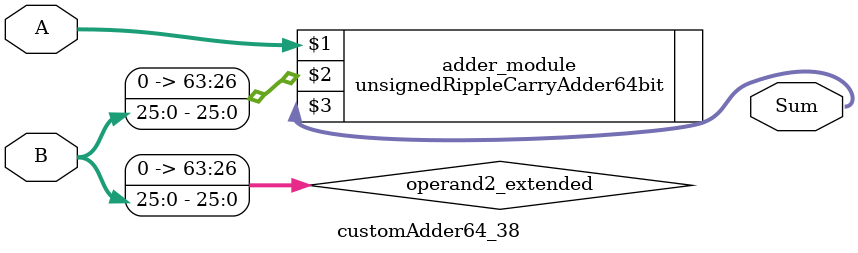
<source format=v>
module customAdder64_38(
                        input [63 : 0] A,
                        input [25 : 0] B,
                        
                        output [64 : 0] Sum
                );

        wire [63 : 0] operand2_extended;
        
        assign operand2_extended =  {38'b0, B};
        
        unsignedRippleCarryAdder64bit adder_module(
            A,
            operand2_extended,
            Sum
        );
        
        endmodule
        
</source>
